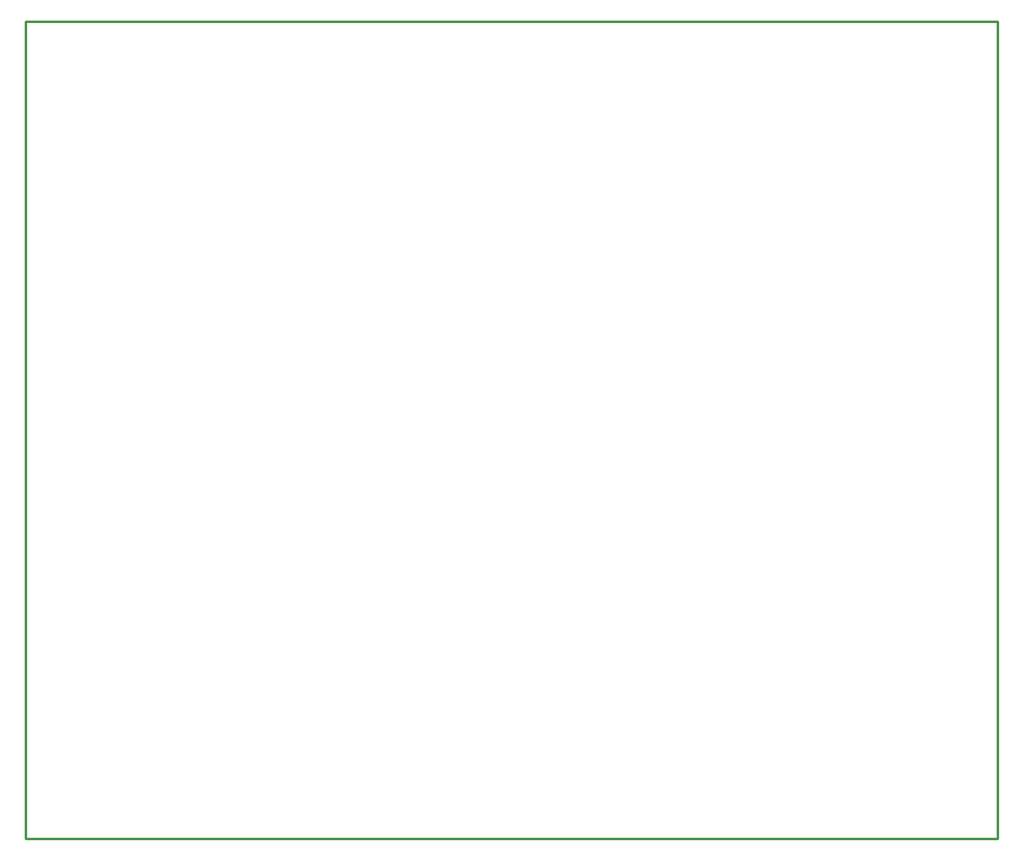
<source format=gko>
G04 Layer: BoardOutlineLayer*
G04 EasyEDA v6.5.37, 2024-09-25 03:55:15*
G04 7e8e10f67f6b4ae2816efe54b0c62c6c,10*
G04 Gerber Generator version 0.2*
G04 Scale: 100 percent, Rotated: No, Reflected: No *
G04 Dimensions in inches *
G04 leading zeros omitted , absolute positions ,3 integer and 6 decimal *
%FSLAX36Y36*%
%MOIN*%

%ADD10C,0.0100*%
D10*
X3935000Y-3305000D02*
G01*
X3936999Y-3305000D01*
X0Y-3305000D01*
X0Y0D01*
X0Y0D02*
G01*
X3937002Y0D01*
X3935000Y-3305000D01*
X0Y0D02*
G01*
X3936999Y0D01*
X3936999Y-3305000D01*
X0Y-3305000D01*
X0Y0D01*

%LPD*%
M02*

</source>
